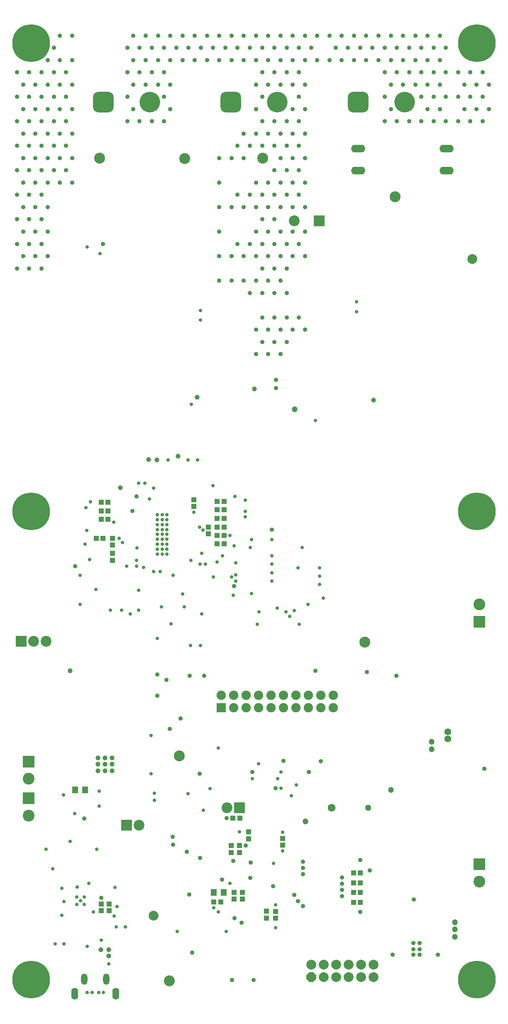
<source format=gbs>
G04 Layer_Color=16711935*
%FSLAX44Y44*%
%MOMM*%
G71*
G01*
G75*
%ADD10C,1.0000*%
%ADD77C,1.4000*%
%ADD79C,2.2000*%
%ADD91C,0.7000*%
%ADD92C,1.2000*%
%ADD100C,2.0000*%
%ADD101R,1.0500X1.0500*%
%ADD103R,1.0500X1.0500*%
%ADD126R,1.2000X1.4500*%
%ADD152C,2.2320*%
%ADD153R,2.2000X2.2000*%
%ADD154C,1.6000*%
%ADD155C,1.3000*%
%ADD156C,2.4000*%
%ADD157R,2.4000X2.4000*%
%ADD158C,4.2000*%
G04:AMPARAMS|DCode=159|XSize=4.2mm|YSize=4.2mm|CornerRadius=1.1mm|HoleSize=0mm|Usage=FLASHONLY|Rotation=180.000|XOffset=0mm|YOffset=0mm|HoleType=Round|Shape=RoundedRectangle|*
%AMROUNDEDRECTD159*
21,1,4.2000,2.0000,0,0,180.0*
21,1,2.0000,4.2000,0,0,180.0*
1,1,2.2000,-1.0000,1.0000*
1,1,2.2000,1.0000,1.0000*
1,1,2.2000,1.0000,-1.0000*
1,1,2.2000,-1.0000,-1.0000*
%
%ADD159ROUNDEDRECTD159*%
%ADD160O,1.4000X2.4000*%
%ADD161O,1.3000X2.3000*%
%ADD162C,1.9000*%
%ADD163R,1.9000X1.9000*%
%ADD164O,2.9000X1.6000*%
%ADD165P,2.1648X8X22.5*%
%ADD166C,7.7000*%
%ADD167C,0.9000*%
D10*
X7000Y930000D02*
D03*
X-85000Y296000D02*
D03*
X-99000D02*
D03*
X-113000D02*
D03*
Y309000D02*
D03*
Y322000D02*
D03*
X-99000Y309000D02*
D03*
Y322000D02*
D03*
X-85000D02*
D03*
Y309000D02*
D03*
X49999Y937502D02*
D03*
X-10000Y930500D02*
D03*
X-91500Y-82000D02*
D03*
X-107500Y-69000D02*
D03*
X-91500D02*
D03*
X-67500Y873000D02*
D03*
X89000Y1058000D02*
D03*
X449000Y1052000D02*
D03*
X206000Y1074500D02*
D03*
X-170000Y499531D02*
D03*
D77*
X600500Y375000D02*
D03*
Y361000D02*
D03*
D79*
X-245000Y560000D02*
D03*
X-219600D02*
D03*
X-29300Y185000D02*
D03*
X287500Y1417500D02*
D03*
X150300Y220000D02*
D03*
D91*
X-76000Y-23000D02*
D03*
X278000Y611000D02*
D03*
X270000Y620000D02*
D03*
X248590Y21953D02*
D03*
X281000Y244999D02*
D03*
X263000Y132000D02*
D03*
X-106500Y-49500D02*
D03*
X-183000Y29000D02*
D03*
X263000Y170000D02*
D03*
X248590Y-24590D02*
D03*
X-123000Y8000D02*
D03*
X-80000Y-1000D02*
D03*
X-0Y872500D02*
D03*
X-8000Y850500D02*
D03*
X-137500Y832500D02*
D03*
X-140000Y758000D02*
D03*
X-63000Y761000D02*
D03*
X-136000Y786000D02*
D03*
X-70000Y770000D02*
D03*
X96071Y1214929D02*
D03*
X-111000Y254000D02*
D03*
X-184000Y246660D02*
D03*
X297000Y595000D02*
D03*
X27500Y768000D02*
D03*
Y738000D02*
D03*
Y758000D02*
D03*
Y748000D02*
D03*
X17500Y738000D02*
D03*
Y758000D02*
D03*
Y748000D02*
D03*
Y768000D02*
D03*
Y778000D02*
D03*
X156000Y776161D02*
D03*
X7500Y818000D02*
D03*
Y808000D02*
D03*
Y798000D02*
D03*
Y788000D02*
D03*
Y778000D02*
D03*
Y768000D02*
D03*
Y738000D02*
D03*
Y748000D02*
D03*
Y758000D02*
D03*
X17500Y818000D02*
D03*
Y808000D02*
D03*
Y798000D02*
D03*
Y788000D02*
D03*
X27500Y778000D02*
D03*
Y788000D02*
D03*
Y798000D02*
D03*
Y808000D02*
D03*
Y818000D02*
D03*
X212000Y595000D02*
D03*
X287000Y622500D02*
D03*
X303000Y751000D02*
D03*
X197340D02*
D03*
X200000Y657000D02*
D03*
X-129000Y844000D02*
D03*
X-17501Y882502D02*
D03*
X132000Y342277D02*
D03*
X-125500Y-156000D02*
D03*
X-135000D02*
D03*
X-74000Y18500D02*
D03*
X-156000Y59000D02*
D03*
X-170000Y152000D02*
D03*
X-116000Y135500D02*
D03*
X-219000D02*
D03*
X-160751Y208631D02*
D03*
X-4698Y290000D02*
D03*
X-111000Y224126D02*
D03*
X1450Y250000D02*
D03*
Y236000D02*
D03*
X115389Y259364D02*
D03*
X101389Y215539D02*
D03*
X70427Y249500D02*
D03*
X75500Y551000D02*
D03*
X-4698Y367500D02*
D03*
X163933Y755000D02*
D03*
X121090Y877500D02*
D03*
X-35000Y713000D02*
D03*
X-20000Y711000D02*
D03*
X-55000Y713000D02*
D03*
X59590Y656000D02*
D03*
X15953Y630000D02*
D03*
X62593D02*
D03*
X167500Y695000D02*
D03*
X106000Y717000D02*
D03*
X95000Y717500D02*
D03*
X141000Y734000D02*
D03*
X130000Y722000D02*
D03*
X98000Y739000D02*
D03*
X200000Y767500D02*
D03*
X252000Y627500D02*
D03*
X346000Y648000D02*
D03*
X315000Y635000D02*
D03*
X-109469Y1350469D02*
D03*
X241000Y734000D02*
D03*
X187000Y848000D02*
D03*
X70000Y930000D02*
D03*
X90000D02*
D03*
X30000D02*
D03*
X166000Y855000D02*
D03*
X339000Y710000D02*
D03*
X7500Y566000D02*
D03*
X95500Y551000D02*
D03*
X35500Y595500D02*
D03*
X159000Y691000D02*
D03*
X-30000Y664000D02*
D03*
X339000Y675500D02*
D03*
Y692500D02*
D03*
X241000Y767500D02*
D03*
X241500Y717500D02*
D03*
Y700000D02*
D03*
Y682500D02*
D03*
X-30000Y623000D02*
D03*
X98000Y616000D02*
D03*
X-47500D02*
D03*
X-65000Y623547D02*
D03*
X-88000D02*
D03*
X-150000Y694547D02*
D03*
X-34000Y750000D02*
D03*
X0Y702500D02*
D03*
X14000D02*
D03*
X40000Y694500D02*
D03*
X295000Y710000D02*
D03*
X76000Y725000D02*
D03*
X122000Y691000D02*
D03*
X101000Y787000D02*
D03*
X94000Y793000D02*
D03*
X82500Y823000D02*
D03*
X-35000Y725000D02*
D03*
X162500Y654000D02*
D03*
X-81000Y803000D02*
D03*
X-135750Y1364500D02*
D03*
X-150000Y635000D02*
D03*
X-30000Y882500D02*
D03*
X187000Y814000D02*
D03*
Y825000D02*
D03*
X215000Y620000D02*
D03*
X-117500Y666000D02*
D03*
X167500Y682500D02*
D03*
X260000Y260000D02*
D03*
Y293000D02*
D03*
X201869Y279277D02*
D03*
X253000D02*
D03*
X291000Y267000D02*
D03*
X-112000Y-156000D02*
D03*
X-102500D02*
D03*
X-91500Y-98000D02*
D03*
X-187000Y56000D02*
D03*
X-200469Y-57000D02*
D03*
X-182969D02*
D03*
X-205469Y95500D02*
D03*
X-131919Y66500D02*
D03*
X-79000Y58000D02*
D03*
X-187000Y1000D02*
D03*
X-57500Y-23000D02*
D03*
X175000Y170953D02*
D03*
X48000Y-32000D02*
D03*
X148000Y-32000D02*
D03*
X214580Y310000D02*
D03*
X-156469Y38500D02*
D03*
X-141469D02*
D03*
Y23500D02*
D03*
X-148969Y31000D02*
D03*
X-156469Y23500D02*
D03*
X-130000Y727000D02*
D03*
X-135000Y-62000D02*
D03*
X167500Y720000D02*
D03*
X77000Y1043000D02*
D03*
X414500Y1252500D02*
D03*
Y1232500D02*
D03*
X330000Y1010000D02*
D03*
X132000Y8000D02*
D03*
X123000Y16000D02*
D03*
X156000Y65907D02*
D03*
X96090Y1235000D02*
D03*
X245000Y107000D02*
D03*
D92*
X615000Y-28000D02*
D03*
X484500Y257000D02*
D03*
X310000Y192500D02*
D03*
X615000Y-13000D02*
D03*
Y-43000D02*
D03*
X567500Y340000D02*
D03*
Y355000D02*
D03*
X288000Y1033000D02*
D03*
D100*
X0Y0D02*
D03*
X650000Y1340000D02*
D03*
X372300Y-125200D02*
D03*
X346900Y-99800D02*
D03*
Y-125200D02*
D03*
X321500Y-99800D02*
D03*
X397700Y-125200D02*
D03*
X423100D02*
D03*
X397700Y-99800D02*
D03*
X372300D02*
D03*
X423100D02*
D03*
X448500D02*
D03*
Y-125200D02*
D03*
D101*
X263000Y158000D02*
D03*
Y144000D02*
D03*
X82500Y849000D02*
D03*
Y835000D02*
D03*
X181000Y48000D02*
D03*
Y34000D02*
D03*
X164000Y48000D02*
D03*
Y34000D02*
D03*
X248590Y8953D02*
D03*
Y-5047D02*
D03*
X193590Y156953D02*
D03*
Y170953D02*
D03*
X112000Y793000D02*
D03*
Y779000D02*
D03*
X-84000Y739000D02*
D03*
Y725000D02*
D03*
X-84000Y770000D02*
D03*
Y756000D02*
D03*
X158000Y143000D02*
D03*
Y129000D02*
D03*
X175000D02*
D03*
Y143000D02*
D03*
X230000Y-4500D02*
D03*
Y9500D02*
D03*
X-90500Y10000D02*
D03*
Y24000D02*
D03*
X-106500Y10000D02*
D03*
Y24000D02*
D03*
D103*
X162000Y199000D02*
D03*
X176000D02*
D03*
X144000Y758500D02*
D03*
X130000D02*
D03*
X144000Y810500D02*
D03*
X130000D02*
D03*
X-117000Y770000D02*
D03*
X-103000D02*
D03*
X-107000Y808500D02*
D03*
X-93000D02*
D03*
X123000Y28000D02*
D03*
X137000D02*
D03*
X130000Y845500D02*
D03*
X144000D02*
D03*
X130000Y828000D02*
D03*
X144000D02*
D03*
X144000Y776000D02*
D03*
X130000D02*
D03*
X144000Y793000D02*
D03*
X130000D02*
D03*
X-93000Y826000D02*
D03*
X-107000D02*
D03*
Y843500D02*
D03*
X-93000D02*
D03*
X408000Y87500D02*
D03*
X422000D02*
D03*
X408000Y67500D02*
D03*
X422000D02*
D03*
X408000Y47500D02*
D03*
X422000D02*
D03*
X408000Y27500D02*
D03*
X422000D02*
D03*
D126*
X-160000Y257000D02*
D03*
X-140000D02*
D03*
X143000Y48000D02*
D03*
X123000D02*
D03*
D152*
X32500Y-132500D02*
D03*
X493000Y1467000D02*
D03*
X53000Y326000D02*
D03*
X222500Y1545000D02*
D03*
X431000Y558000D02*
D03*
X-110000Y1545000D02*
D03*
X63211Y1544500D02*
D03*
D153*
X-270400Y560000D02*
D03*
X-54700Y185000D02*
D03*
X337500Y1417500D02*
D03*
X175700Y220000D02*
D03*
D154*
X363000D02*
D03*
D155*
X437500D02*
D03*
D156*
X-255000Y204660D02*
D03*
Y279660D02*
D03*
X665000Y635000D02*
D03*
X665000Y70000D02*
D03*
D157*
X-255000Y239660D02*
D03*
Y314660D02*
D03*
X665000Y600000D02*
D03*
X665000Y105000D02*
D03*
D158*
X512500Y1660000D02*
D03*
X252500Y1660000D02*
D03*
X-7500Y1660000D02*
D03*
D159*
X417500D02*
D03*
X157500Y1660000D02*
D03*
X-102500Y1660000D02*
D03*
D160*
X-160750Y-159000D02*
D03*
X-77250D02*
D03*
D161*
X-141250Y-129000D02*
D03*
X-96750D02*
D03*
D162*
X366300Y449700D02*
D03*
Y424300D02*
D03*
X340900D02*
D03*
Y449700D02*
D03*
X315500D02*
D03*
Y424300D02*
D03*
X290100Y449700D02*
D03*
Y424300D02*
D03*
X264700Y449700D02*
D03*
Y424300D02*
D03*
X239300Y449700D02*
D03*
Y424300D02*
D03*
X137700Y449700D02*
D03*
X163100Y424300D02*
D03*
Y449700D02*
D03*
X188500Y424300D02*
D03*
Y449700D02*
D03*
X213900Y424300D02*
D03*
Y449700D02*
D03*
D163*
X137700Y424300D02*
D03*
D164*
X597500Y1565000D02*
D03*
Y1520000D02*
D03*
X417500Y1565000D02*
D03*
Y1520000D02*
D03*
D165*
X321500Y-125200D02*
D03*
D166*
X660000Y825000D02*
D03*
X-250000D02*
D03*
X660000Y-130000D02*
D03*
X-250000Y-130000D02*
D03*
X660000Y1780000D02*
D03*
X-250000Y1780000D02*
D03*
D167*
X422000Y114000D02*
D03*
X441100Y92900D02*
D03*
X671500Y1720524D02*
D03*
X684000Y1695524D02*
D03*
X671500Y1670524D02*
D03*
X684000Y1645524D02*
D03*
X671500Y1620524D02*
D03*
X646500Y1720524D02*
D03*
X659000Y1695524D02*
D03*
X646500Y1670524D02*
D03*
X659000Y1645524D02*
D03*
X646500Y1620524D02*
D03*
X621500Y1720524D02*
D03*
X634000Y1695524D02*
D03*
X621500Y1670524D02*
D03*
X634000Y1645524D02*
D03*
X621500Y1620524D02*
D03*
X596500Y1770524D02*
D03*
Y1720524D02*
D03*
Y1670524D02*
D03*
Y1620524D02*
D03*
X584000Y1795524D02*
D03*
X571500Y1770524D02*
D03*
X584000Y1745524D02*
D03*
X571500Y1720524D02*
D03*
X584000Y1695524D02*
D03*
X571500Y1670524D02*
D03*
X584000Y1645524D02*
D03*
X571500Y1620524D02*
D03*
X559000Y1795524D02*
D03*
X546500Y1770524D02*
D03*
X559000Y1745524D02*
D03*
X546500Y1720524D02*
D03*
X559000Y1695524D02*
D03*
X546500Y1670524D02*
D03*
X559000Y1645524D02*
D03*
X546500Y1620524D02*
D03*
X534000Y1795524D02*
D03*
X521500Y1770524D02*
D03*
X534000Y1745524D02*
D03*
X521500Y1720524D02*
D03*
X534000Y1695524D02*
D03*
X521500Y1620524D02*
D03*
X509000Y1795524D02*
D03*
X496500Y1770524D02*
D03*
X509000Y1745524D02*
D03*
X496500Y1720524D02*
D03*
X509000Y1695524D02*
D03*
X496500Y1620524D02*
D03*
X484000Y1795524D02*
D03*
X471500Y1770524D02*
D03*
X484000Y1745524D02*
D03*
X471500Y1720524D02*
D03*
X484000Y1695524D02*
D03*
X471500Y1670524D02*
D03*
X484000Y1645524D02*
D03*
X471500Y1620524D02*
D03*
X459000Y1795524D02*
D03*
X446500Y1770524D02*
D03*
X459000Y1745524D02*
D03*
X434000Y1795524D02*
D03*
X421500Y1770524D02*
D03*
X434000Y1745524D02*
D03*
X409000Y1795524D02*
D03*
X396500Y1770524D02*
D03*
X409000Y1745524D02*
D03*
X384000Y1795524D02*
D03*
X371500Y1770524D02*
D03*
X384000Y1745524D02*
D03*
X359000Y1795524D02*
D03*
Y1745524D02*
D03*
X334000Y1795524D02*
D03*
X321500Y1770524D02*
D03*
X334000Y1745524D02*
D03*
X309000Y1795524D02*
D03*
X296500Y1770524D02*
D03*
X309000Y1745524D02*
D03*
X296500Y1720524D02*
D03*
X309000Y1695524D02*
D03*
X296500Y1670524D02*
D03*
X309000Y1645524D02*
D03*
X296500Y1620524D02*
D03*
X309000Y1595524D02*
D03*
X296500Y1570524D02*
D03*
X309000Y1545524D02*
D03*
X296500Y1520524D02*
D03*
X309000Y1495524D02*
D03*
X296500Y1470524D02*
D03*
X309000Y1445524D02*
D03*
Y1395524D02*
D03*
X296500Y1370524D02*
D03*
X309000Y1345524D02*
D03*
X296500Y1220524D02*
D03*
X309000Y1195524D02*
D03*
X284000Y1795524D02*
D03*
X271500Y1770524D02*
D03*
X284000Y1745524D02*
D03*
X271500Y1720524D02*
D03*
X284000Y1695524D02*
D03*
Y1645524D02*
D03*
X271500Y1620524D02*
D03*
X284000Y1595524D02*
D03*
X271500Y1570524D02*
D03*
X284000Y1545524D02*
D03*
X271500Y1520524D02*
D03*
X284000Y1495524D02*
D03*
X271500Y1470524D02*
D03*
X284000Y1445524D02*
D03*
Y1395524D02*
D03*
X271500Y1370524D02*
D03*
X284000Y1345524D02*
D03*
X271500Y1320524D02*
D03*
Y1270524D02*
D03*
Y1220524D02*
D03*
X284000Y1195524D02*
D03*
X271500Y1170524D02*
D03*
X259000Y1795524D02*
D03*
X246500Y1770524D02*
D03*
X259000Y1745524D02*
D03*
X246500Y1720524D02*
D03*
X259000Y1695524D02*
D03*
X246500Y1620524D02*
D03*
X259000Y1595524D02*
D03*
X246500Y1570524D02*
D03*
X259000Y1545524D02*
D03*
X246500Y1520524D02*
D03*
X259000Y1495524D02*
D03*
X246500Y1470524D02*
D03*
X259000Y1445524D02*
D03*
X246500Y1420524D02*
D03*
X259000Y1395524D02*
D03*
X246500Y1370524D02*
D03*
X259000Y1345524D02*
D03*
X246500Y1320524D02*
D03*
X259000Y1295524D02*
D03*
X246500Y1270524D02*
D03*
Y1220524D02*
D03*
X259000Y1195524D02*
D03*
X246500Y1170524D02*
D03*
X259000Y1145524D02*
D03*
X234000Y1795524D02*
D03*
X221500Y1770524D02*
D03*
X234000Y1745524D02*
D03*
X221500Y1720524D02*
D03*
X234000Y1695524D02*
D03*
X221500Y1670524D02*
D03*
Y1620524D02*
D03*
X234000Y1595524D02*
D03*
X221500Y1570524D02*
D03*
X234000Y1495524D02*
D03*
X221500Y1470524D02*
D03*
X234000Y1445524D02*
D03*
X221500Y1420524D02*
D03*
X234000Y1395524D02*
D03*
X221500Y1370524D02*
D03*
X234000Y1345524D02*
D03*
X221500Y1320524D02*
D03*
X234000Y1295524D02*
D03*
X221500Y1270524D02*
D03*
Y1220524D02*
D03*
X234000Y1195524D02*
D03*
X221500Y1170524D02*
D03*
X234000Y1145524D02*
D03*
X209000Y1795524D02*
D03*
X196500Y1770524D02*
D03*
X209000Y1745524D02*
D03*
Y1695524D02*
D03*
Y1645524D02*
D03*
Y1595524D02*
D03*
X196500Y1570524D02*
D03*
X209000Y1495524D02*
D03*
X196500Y1470524D02*
D03*
X209000Y1445524D02*
D03*
Y1395524D02*
D03*
X196500Y1370524D02*
D03*
X209000Y1345524D02*
D03*
Y1295524D02*
D03*
X196500Y1270524D02*
D03*
X209000Y1195524D02*
D03*
Y1145524D02*
D03*
X184000Y1795524D02*
D03*
X171500Y1770524D02*
D03*
X184000Y1745524D02*
D03*
Y1595524D02*
D03*
X171500Y1570524D02*
D03*
X184000Y1545524D02*
D03*
X171500Y1470524D02*
D03*
X184000Y1445524D02*
D03*
X171500Y1370524D02*
D03*
X184000Y1345524D02*
D03*
Y1295524D02*
D03*
X159000Y1795524D02*
D03*
X146500Y1770524D02*
D03*
X159000Y1745524D02*
D03*
Y1545524D02*
D03*
Y1445524D02*
D03*
Y1345524D02*
D03*
Y1295524D02*
D03*
X134000Y1795524D02*
D03*
X121500Y1770524D02*
D03*
X134000Y1745524D02*
D03*
Y1545524D02*
D03*
Y1495524D02*
D03*
Y1445524D02*
D03*
Y1395524D02*
D03*
Y1345524D02*
D03*
Y1295524D02*
D03*
X109000Y1795524D02*
D03*
X96500Y1770524D02*
D03*
X109000Y1745524D02*
D03*
X84000Y1795524D02*
D03*
X71500Y1770524D02*
D03*
X84000Y1745524D02*
D03*
X59000Y1795524D02*
D03*
X46500Y1770524D02*
D03*
X59000Y1745524D02*
D03*
X34000Y1795524D02*
D03*
X21500Y1770524D02*
D03*
X34000Y1745524D02*
D03*
X21500Y1720524D02*
D03*
X34000Y1695524D02*
D03*
X21500Y1670524D02*
D03*
X34000Y1645524D02*
D03*
X21500Y1620524D02*
D03*
X9000Y1795524D02*
D03*
X-3500Y1770524D02*
D03*
X9000Y1745524D02*
D03*
X-3500Y1720524D02*
D03*
X9000Y1695524D02*
D03*
X-3500Y1620524D02*
D03*
X-16000Y1795524D02*
D03*
X-28500Y1770524D02*
D03*
X-16000Y1745524D02*
D03*
X-28500Y1720524D02*
D03*
X-16000Y1695524D02*
D03*
X-28500Y1620524D02*
D03*
X-41000Y1795524D02*
D03*
X-53500Y1770524D02*
D03*
X-41000Y1745524D02*
D03*
X-53500Y1720524D02*
D03*
X-41000Y1695524D02*
D03*
X-53500Y1670524D02*
D03*
X-41000Y1645524D02*
D03*
X-53500Y1620524D02*
D03*
X-103500Y1370524D02*
D03*
X-166000Y1795524D02*
D03*
Y1745524D02*
D03*
X-178500Y1720524D02*
D03*
X-166000Y1695524D02*
D03*
X-178500Y1670524D02*
D03*
X-166000Y1645524D02*
D03*
X-178500Y1620524D02*
D03*
X-166000Y1595524D02*
D03*
X-178500Y1570524D02*
D03*
X-166000Y1545524D02*
D03*
X-178500Y1520524D02*
D03*
X-166000Y1495524D02*
D03*
X-191000Y1795524D02*
D03*
X-203500Y1770524D02*
D03*
X-191000Y1745524D02*
D03*
X-203500Y1720524D02*
D03*
X-191000Y1695524D02*
D03*
X-203500Y1670524D02*
D03*
X-191000Y1645524D02*
D03*
X-203500Y1620524D02*
D03*
X-191000Y1595524D02*
D03*
X-203500Y1570524D02*
D03*
X-191000Y1545524D02*
D03*
X-203500Y1520524D02*
D03*
X-191000Y1495524D02*
D03*
X-216000Y1745524D02*
D03*
X-228500Y1720524D02*
D03*
X-216000Y1695524D02*
D03*
X-228500Y1670524D02*
D03*
X-216000Y1645524D02*
D03*
X-228500Y1620524D02*
D03*
X-216000Y1595524D02*
D03*
X-228500Y1570524D02*
D03*
X-216000Y1545524D02*
D03*
X-228500Y1520524D02*
D03*
X-216000Y1495524D02*
D03*
X-228500Y1470524D02*
D03*
X-216000Y1445524D02*
D03*
X-228500Y1420524D02*
D03*
X-216000Y1395524D02*
D03*
X-228500Y1370524D02*
D03*
X-216000Y1345524D02*
D03*
X-228500Y1320524D02*
D03*
X-253500Y1720524D02*
D03*
X-241000Y1695524D02*
D03*
X-253500Y1670524D02*
D03*
X-241000Y1645524D02*
D03*
X-253500Y1620524D02*
D03*
X-241000Y1595524D02*
D03*
X-253500Y1570524D02*
D03*
X-241000Y1545524D02*
D03*
X-253500Y1520524D02*
D03*
X-241000Y1495524D02*
D03*
X-253500Y1470524D02*
D03*
X-241000Y1445524D02*
D03*
X-253500Y1420524D02*
D03*
X-241000Y1395524D02*
D03*
X-253500Y1370524D02*
D03*
X-241000Y1345524D02*
D03*
X-253500Y1320524D02*
D03*
X-278500Y1720524D02*
D03*
X-266000Y1695524D02*
D03*
X-278500Y1670524D02*
D03*
X-266000Y1645524D02*
D03*
X-278500Y1620524D02*
D03*
X-266000Y1595524D02*
D03*
X-278500Y1570524D02*
D03*
X-266000Y1545524D02*
D03*
X-278500Y1520524D02*
D03*
X-266000Y1495524D02*
D03*
X-278500Y1470524D02*
D03*
X-266000Y1445524D02*
D03*
X-278500Y1420524D02*
D03*
X-266000Y1395524D02*
D03*
X-278500Y1370524D02*
D03*
X-266000Y1345524D02*
D03*
X-278500Y1320524D02*
D03*
X435000Y497500D02*
D03*
X495000Y490000D02*
D03*
X422000Y8000D02*
D03*
X384450Y39950D02*
D03*
Y52650D02*
D03*
Y65350D02*
D03*
Y78050D02*
D03*
X287500Y42500D02*
D03*
X295000Y30000D02*
D03*
X305000Y20000D02*
D03*
Y110000D02*
D03*
Y97500D02*
D03*
Y85000D02*
D03*
X579950Y-79050D02*
D03*
X488050D02*
D03*
X531000Y33000D02*
D03*
X542500Y-56000D02*
D03*
X530000D02*
D03*
X542500Y-68000D02*
D03*
X530000D02*
D03*
X542500Y-79500D02*
D03*
X530000D02*
D03*
X330000Y500000D02*
D03*
X163047Y111953D02*
D03*
X-106500Y36500D02*
D03*
X33000Y381000D02*
D03*
X55000Y402000D02*
D03*
X8000Y492000D02*
D03*
X26000Y481000D02*
D03*
X103500Y490000D02*
D03*
X74000D02*
D03*
X149000Y199000D02*
D03*
X79000Y-75000D02*
D03*
X165000Y-5000D02*
D03*
X180000Y-14000D02*
D03*
X265000Y316000D02*
D03*
X341000Y315000D02*
D03*
X249000Y260000D02*
D03*
X73000Y43000D02*
D03*
X188000Y143000D02*
D03*
X-160000Y713000D02*
D03*
X163933Y672500D02*
D03*
X140000Y74000D02*
D03*
X68000Y131000D02*
D03*
X316658Y293000D02*
D03*
X39000Y161000D02*
D03*
X40000Y145000D02*
D03*
X198590Y108590D02*
D03*
X196953Y76953D02*
D03*
X243590Y60410D02*
D03*
X8000Y449000D02*
D03*
X202000Y293000D02*
D03*
X250000Y1076000D02*
D03*
Y1093000D02*
D03*
X-43500Y826000D02*
D03*
X95000Y117500D02*
D03*
X-35000Y855000D02*
D03*
X675000Y300000D02*
D03*
X94000Y290000D02*
D03*
X-141220Y198000D02*
D03*
X204000Y-131000D02*
D03*
X160250Y-131044D02*
D03*
X241000Y787500D02*
D03*
M02*

</source>
